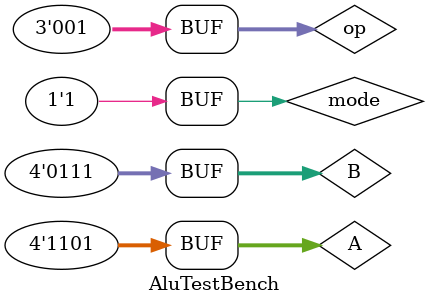
<source format=v>
module positiveComparator (A,B, CompareResult);
input wire [3:0] A,B;
output wire [1:0] CompareResult;

assign CompareResult =
   (A[3] > B[3]) ? 2'b01: (A[3] < B[3])? 2'b10
 : (A[2] > B[2]) ? 2'b01: (A[2] < B[2])? 2'b10
 : (A[1] > B[1]) ? 2'b01: (A[1] < B[1])? 2'b10
 : 2'b00;

endmodule

module SecAlu( Result, overflow, A, B, mode, op);

output wire [3:0] Result;
output wire overflow;

input wire [3:0] A,B;
input wire [2:0] op;
input mode;
//mode=0 unsigned mode=1 signed

wire [1:0] CompareResult;
positiveComparator pc (A,B, CompareResult);

wire [3:0] B_negated;
assign B_negated=-B;

assign Result = 
 (op == 3'b 000) ? A+B 
:(op == 3'b 001) ? A-B 
:(op == 3'b 010) ? A<<1
:(op == 3'b 011) ? A>>1
:(op == 3'b 100) ? A>>>1
:(op == 3'b 101) ? -A
:(op == 3'b 110) ? (/*{2{1'b0}},*/CompareResult)
: 3'b000 ;
assign overflow = 
  (mode == 1'b1 && op==3'b000 && A[3] == B[3] && Result[3] ==~A[3])? 1'b1 //+
: (mode == 1'b1 && op==3'b001 && A[3] == B_negated[3] &&Result[3] == ~A[3])? 1'b1  //-
: 1'b0;  
  

endmodule 

module AluTestBench;
reg [3:0] A,B;
reg [2:0] op;
reg mode ;
wire overflow;
wire [3:0] Result;

initial
begin
mode=1;
A<=-3;
B<=7;
op=3'b000;
$monitor ("%b %b %b %b %b" ,A,B,op,Result, overflow);
#5
op =3'b 001;
#5
B<=7;

end
SecAlu myAlu( Result, overflow, A, B, mode, op);



endmodule 
</source>
